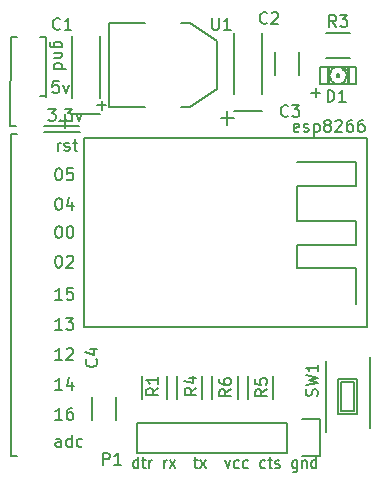
<source format=gbr>
G04 #@! TF.FileFunction,Legend,Top*
%FSLAX46Y46*%
G04 Gerber Fmt 4.6, Leading zero omitted, Abs format (unit mm)*
G04 Created by KiCad (PCBNEW (2015-06-25 BZR 5821)-product) date Tue 19 Apr 2016 11:43:48 CEST*
%MOMM*%
G01*
G04 APERTURE LIST*
%ADD10C,0.100000*%
%ADD11C,0.200000*%
%ADD12C,0.150000*%
G04 APERTURE END LIST*
D10*
D11*
X121504200Y-140452381D02*
X121504200Y-139452381D01*
X121504200Y-140404762D02*
X121418486Y-140452381D01*
X121247057Y-140452381D01*
X121161343Y-140404762D01*
X121118486Y-140357143D01*
X121075629Y-140261905D01*
X121075629Y-139976190D01*
X121118486Y-139880952D01*
X121161343Y-139833333D01*
X121247057Y-139785714D01*
X121418486Y-139785714D01*
X121504200Y-139833333D01*
X121804200Y-139785714D02*
X122147057Y-139785714D01*
X121932772Y-139452381D02*
X121932772Y-140309524D01*
X121975629Y-140404762D01*
X122061343Y-140452381D01*
X122147057Y-140452381D01*
X122447058Y-140452381D02*
X122447058Y-139785714D01*
X122447058Y-139976190D02*
X122489915Y-139880952D01*
X122532772Y-139833333D01*
X122618486Y-139785714D01*
X122704201Y-139785714D01*
X123689915Y-140452381D02*
X123689915Y-139785714D01*
X123689915Y-139976190D02*
X123732772Y-139880952D01*
X123775629Y-139833333D01*
X123861343Y-139785714D01*
X123947058Y-139785714D01*
X124161343Y-140452381D02*
X124632772Y-139785714D01*
X124161343Y-139785714D02*
X124632772Y-140452381D01*
X126218485Y-139785714D02*
X126561342Y-139785714D01*
X126347057Y-139452381D02*
X126347057Y-140309524D01*
X126389914Y-140404762D01*
X126475628Y-140452381D01*
X126561342Y-140452381D01*
X126775628Y-140452381D02*
X127247057Y-139785714D01*
X126775628Y-139785714D02*
X127247057Y-140452381D01*
X128875627Y-139785714D02*
X129089913Y-140452381D01*
X129304199Y-139785714D01*
X130032770Y-140404762D02*
X129947056Y-140452381D01*
X129775627Y-140452381D01*
X129689913Y-140404762D01*
X129647056Y-140357143D01*
X129604199Y-140261905D01*
X129604199Y-139976190D01*
X129647056Y-139880952D01*
X129689913Y-139833333D01*
X129775627Y-139785714D01*
X129947056Y-139785714D01*
X130032770Y-139833333D01*
X130804199Y-140404762D02*
X130718485Y-140452381D01*
X130547056Y-140452381D01*
X130461342Y-140404762D01*
X130418485Y-140357143D01*
X130375628Y-140261905D01*
X130375628Y-139976190D01*
X130418485Y-139880952D01*
X130461342Y-139833333D01*
X130547056Y-139785714D01*
X130718485Y-139785714D01*
X130804199Y-139833333D01*
X132261342Y-140404762D02*
X132175628Y-140452381D01*
X132004199Y-140452381D01*
X131918485Y-140404762D01*
X131875628Y-140357143D01*
X131832771Y-140261905D01*
X131832771Y-139976190D01*
X131875628Y-139880952D01*
X131918485Y-139833333D01*
X132004199Y-139785714D01*
X132175628Y-139785714D01*
X132261342Y-139833333D01*
X132518485Y-139785714D02*
X132861342Y-139785714D01*
X132647057Y-139452381D02*
X132647057Y-140309524D01*
X132689914Y-140404762D01*
X132775628Y-140452381D01*
X132861342Y-140452381D01*
X133118486Y-140404762D02*
X133204200Y-140452381D01*
X133375628Y-140452381D01*
X133461343Y-140404762D01*
X133504200Y-140309524D01*
X133504200Y-140261905D01*
X133461343Y-140166667D01*
X133375628Y-140119048D01*
X133247057Y-140119048D01*
X133161343Y-140071429D01*
X133118486Y-139976190D01*
X133118486Y-139928571D01*
X133161343Y-139833333D01*
X133247057Y-139785714D01*
X133375628Y-139785714D01*
X133461343Y-139833333D01*
X134961342Y-139785714D02*
X134961342Y-140595238D01*
X134918485Y-140690476D01*
X134875628Y-140738095D01*
X134789913Y-140785714D01*
X134661342Y-140785714D01*
X134575628Y-140738095D01*
X134961342Y-140404762D02*
X134875628Y-140452381D01*
X134704199Y-140452381D01*
X134618485Y-140404762D01*
X134575628Y-140357143D01*
X134532771Y-140261905D01*
X134532771Y-139976190D01*
X134575628Y-139880952D01*
X134618485Y-139833333D01*
X134704199Y-139785714D01*
X134875628Y-139785714D01*
X134961342Y-139833333D01*
X135389914Y-139785714D02*
X135389914Y-140452381D01*
X135389914Y-139880952D02*
X135432771Y-139833333D01*
X135518485Y-139785714D01*
X135647057Y-139785714D01*
X135732771Y-139833333D01*
X135775628Y-139928571D01*
X135775628Y-140452381D01*
X136589914Y-140452381D02*
X136589914Y-139452381D01*
X136589914Y-140404762D02*
X136504200Y-140452381D01*
X136332771Y-140452381D01*
X136247057Y-140404762D01*
X136204200Y-140357143D01*
X136161343Y-140261905D01*
X136161343Y-139976190D01*
X136204200Y-139880952D01*
X136247057Y-139833333D01*
X136332771Y-139785714D01*
X136504200Y-139785714D01*
X136589914Y-139833333D01*
X114690495Y-113558581D02*
X114690495Y-112891914D01*
X114690495Y-113082390D02*
X114738114Y-112987152D01*
X114785733Y-112939533D01*
X114880971Y-112891914D01*
X114976210Y-112891914D01*
X115261924Y-113510962D02*
X115357162Y-113558581D01*
X115547638Y-113558581D01*
X115642877Y-113510962D01*
X115690496Y-113415724D01*
X115690496Y-113368105D01*
X115642877Y-113272867D01*
X115547638Y-113225248D01*
X115404781Y-113225248D01*
X115309543Y-113177629D01*
X115261924Y-113082390D01*
X115261924Y-113034771D01*
X115309543Y-112939533D01*
X115404781Y-112891914D01*
X115547638Y-112891914D01*
X115642877Y-112939533D01*
X115976210Y-112891914D02*
X116357162Y-112891914D01*
X116119067Y-112558581D02*
X116119067Y-113415724D01*
X116166686Y-113510962D01*
X116261924Y-113558581D01*
X116357162Y-113558581D01*
X113509800Y-111480600D02*
X116509800Y-111480600D01*
X113538000Y-112014000D02*
X116538000Y-112014000D01*
X113705000Y-108915000D02*
X113205000Y-108915000D01*
X113205000Y-103915000D02*
X113705000Y-103915000D01*
X110705000Y-139415000D02*
X111205000Y-139415000D01*
X110693200Y-112191800D02*
X110705000Y-139415000D01*
X111252000Y-112141000D02*
X110752000Y-112141000D01*
X110705000Y-103915000D02*
X111205000Y-103915000D01*
X110693200Y-111506000D02*
X111193200Y-111506000D01*
X110705000Y-103915000D02*
X110667800Y-111480600D01*
X113705000Y-109000000D02*
X113705000Y-104000000D01*
X115022286Y-104806667D02*
X114212762Y-104806667D01*
X114117524Y-104759048D01*
X114069905Y-104711429D01*
X114022286Y-104616190D01*
X114022286Y-104473333D01*
X114069905Y-104378095D01*
X114403238Y-104806667D02*
X114355619Y-104711429D01*
X114355619Y-104520952D01*
X114403238Y-104425714D01*
X114450857Y-104378095D01*
X114546095Y-104330476D01*
X114831810Y-104330476D01*
X114927048Y-104378095D01*
X114974667Y-104425714D01*
X115022286Y-104520952D01*
X115022286Y-104711429D01*
X114974667Y-104806667D01*
X115022286Y-105282857D02*
X114355619Y-105282857D01*
X114927048Y-105282857D02*
X114974667Y-105330476D01*
X115022286Y-105425714D01*
X115022286Y-105568572D01*
X114974667Y-105663810D01*
X114879429Y-105711429D01*
X114355619Y-105711429D01*
X114355619Y-106616191D02*
X115355619Y-106616191D01*
X114403238Y-106616191D02*
X114355619Y-106520953D01*
X114355619Y-106330476D01*
X114403238Y-106235238D01*
X114450857Y-106187619D01*
X114546095Y-106140000D01*
X114831810Y-106140000D01*
X114927048Y-106187619D01*
X114974667Y-106235238D01*
X115022286Y-106330476D01*
X115022286Y-106520953D01*
X114974667Y-106616191D01*
X114760286Y-107656381D02*
X114284095Y-107656381D01*
X114236476Y-108132571D01*
X114284095Y-108084952D01*
X114379333Y-108037333D01*
X114617429Y-108037333D01*
X114712667Y-108084952D01*
X114760286Y-108132571D01*
X114807905Y-108227810D01*
X114807905Y-108465905D01*
X114760286Y-108561143D01*
X114712667Y-108608762D01*
X114617429Y-108656381D01*
X114379333Y-108656381D01*
X114284095Y-108608762D01*
X114236476Y-108561143D01*
X115141238Y-107989714D02*
X115379333Y-108656381D01*
X115617429Y-107989714D01*
X113884057Y-110018581D02*
X114503105Y-110018581D01*
X114169771Y-110399533D01*
X114312629Y-110399533D01*
X114407867Y-110447152D01*
X114455486Y-110494771D01*
X114503105Y-110590010D01*
X114503105Y-110828105D01*
X114455486Y-110923343D01*
X114407867Y-110970962D01*
X114312629Y-111018581D01*
X114026914Y-111018581D01*
X113931676Y-110970962D01*
X113884057Y-110923343D01*
X114931676Y-110923343D02*
X114979295Y-110970962D01*
X114931676Y-111018581D01*
X114884057Y-110970962D01*
X114931676Y-110923343D01*
X114931676Y-111018581D01*
X115312628Y-110018581D02*
X115931676Y-110018581D01*
X115598342Y-110399533D01*
X115741200Y-110399533D01*
X115836438Y-110447152D01*
X115884057Y-110494771D01*
X115931676Y-110590010D01*
X115931676Y-110828105D01*
X115884057Y-110923343D01*
X115836438Y-110970962D01*
X115741200Y-111018581D01*
X115455485Y-111018581D01*
X115360247Y-110970962D01*
X115312628Y-110923343D01*
X116265009Y-110351914D02*
X116503104Y-111018581D01*
X116741200Y-110351914D01*
X114728571Y-115047781D02*
X114823810Y-115047781D01*
X114919048Y-115095400D01*
X114966667Y-115143019D01*
X115014286Y-115238257D01*
X115061905Y-115428733D01*
X115061905Y-115666829D01*
X115014286Y-115857305D01*
X114966667Y-115952543D01*
X114919048Y-116000162D01*
X114823810Y-116047781D01*
X114728571Y-116047781D01*
X114633333Y-116000162D01*
X114585714Y-115952543D01*
X114538095Y-115857305D01*
X114490476Y-115666829D01*
X114490476Y-115428733D01*
X114538095Y-115238257D01*
X114585714Y-115143019D01*
X114633333Y-115095400D01*
X114728571Y-115047781D01*
X115966667Y-115047781D02*
X115490476Y-115047781D01*
X115442857Y-115523971D01*
X115490476Y-115476352D01*
X115585714Y-115428733D01*
X115823810Y-115428733D01*
X115919048Y-115476352D01*
X115966667Y-115523971D01*
X116014286Y-115619210D01*
X116014286Y-115857305D01*
X115966667Y-115952543D01*
X115919048Y-116000162D01*
X115823810Y-116047781D01*
X115585714Y-116047781D01*
X115490476Y-116000162D01*
X115442857Y-115952543D01*
X114728571Y-117562381D02*
X114823810Y-117562381D01*
X114919048Y-117610000D01*
X114966667Y-117657619D01*
X115014286Y-117752857D01*
X115061905Y-117943333D01*
X115061905Y-118181429D01*
X115014286Y-118371905D01*
X114966667Y-118467143D01*
X114919048Y-118514762D01*
X114823810Y-118562381D01*
X114728571Y-118562381D01*
X114633333Y-118514762D01*
X114585714Y-118467143D01*
X114538095Y-118371905D01*
X114490476Y-118181429D01*
X114490476Y-117943333D01*
X114538095Y-117752857D01*
X114585714Y-117657619D01*
X114633333Y-117610000D01*
X114728571Y-117562381D01*
X115919048Y-117895714D02*
X115919048Y-118562381D01*
X115680952Y-117514762D02*
X115442857Y-118229048D01*
X116061905Y-118229048D01*
X114728571Y-119952381D02*
X114823810Y-119952381D01*
X114919048Y-120000000D01*
X114966667Y-120047619D01*
X115014286Y-120142857D01*
X115061905Y-120333333D01*
X115061905Y-120571429D01*
X115014286Y-120761905D01*
X114966667Y-120857143D01*
X114919048Y-120904762D01*
X114823810Y-120952381D01*
X114728571Y-120952381D01*
X114633333Y-120904762D01*
X114585714Y-120857143D01*
X114538095Y-120761905D01*
X114490476Y-120571429D01*
X114490476Y-120333333D01*
X114538095Y-120142857D01*
X114585714Y-120047619D01*
X114633333Y-120000000D01*
X114728571Y-119952381D01*
X115680952Y-119952381D02*
X115776191Y-119952381D01*
X115871429Y-120000000D01*
X115919048Y-120047619D01*
X115966667Y-120142857D01*
X116014286Y-120333333D01*
X116014286Y-120571429D01*
X115966667Y-120761905D01*
X115919048Y-120857143D01*
X115871429Y-120904762D01*
X115776191Y-120952381D01*
X115680952Y-120952381D01*
X115585714Y-120904762D01*
X115538095Y-120857143D01*
X115490476Y-120761905D01*
X115442857Y-120571429D01*
X115442857Y-120333333D01*
X115490476Y-120142857D01*
X115538095Y-120047619D01*
X115585714Y-120000000D01*
X115680952Y-119952381D01*
X114728571Y-122452381D02*
X114823810Y-122452381D01*
X114919048Y-122500000D01*
X114966667Y-122547619D01*
X115014286Y-122642857D01*
X115061905Y-122833333D01*
X115061905Y-123071429D01*
X115014286Y-123261905D01*
X114966667Y-123357143D01*
X114919048Y-123404762D01*
X114823810Y-123452381D01*
X114728571Y-123452381D01*
X114633333Y-123404762D01*
X114585714Y-123357143D01*
X114538095Y-123261905D01*
X114490476Y-123071429D01*
X114490476Y-122833333D01*
X114538095Y-122642857D01*
X114585714Y-122547619D01*
X114633333Y-122500000D01*
X114728571Y-122452381D01*
X115442857Y-122547619D02*
X115490476Y-122500000D01*
X115585714Y-122452381D01*
X115823810Y-122452381D01*
X115919048Y-122500000D01*
X115966667Y-122547619D01*
X116014286Y-122642857D01*
X116014286Y-122738095D01*
X115966667Y-122880952D01*
X115395238Y-123452381D01*
X116014286Y-123452381D01*
X115061905Y-126182381D02*
X114490476Y-126182381D01*
X114776190Y-126182381D02*
X114776190Y-125182381D01*
X114680952Y-125325238D01*
X114585714Y-125420476D01*
X114490476Y-125468095D01*
X115966667Y-125182381D02*
X115490476Y-125182381D01*
X115442857Y-125658571D01*
X115490476Y-125610952D01*
X115585714Y-125563333D01*
X115823810Y-125563333D01*
X115919048Y-125610952D01*
X115966667Y-125658571D01*
X116014286Y-125753810D01*
X116014286Y-125991905D01*
X115966667Y-126087143D01*
X115919048Y-126134762D01*
X115823810Y-126182381D01*
X115585714Y-126182381D01*
X115490476Y-126134762D01*
X115442857Y-126087143D01*
X115061905Y-128722381D02*
X114490476Y-128722381D01*
X114776190Y-128722381D02*
X114776190Y-127722381D01*
X114680952Y-127865238D01*
X114585714Y-127960476D01*
X114490476Y-128008095D01*
X115395238Y-127722381D02*
X116014286Y-127722381D01*
X115680952Y-128103333D01*
X115823810Y-128103333D01*
X115919048Y-128150952D01*
X115966667Y-128198571D01*
X116014286Y-128293810D01*
X116014286Y-128531905D01*
X115966667Y-128627143D01*
X115919048Y-128674762D01*
X115823810Y-128722381D01*
X115538095Y-128722381D01*
X115442857Y-128674762D01*
X115395238Y-128627143D01*
X115061905Y-131262381D02*
X114490476Y-131262381D01*
X114776190Y-131262381D02*
X114776190Y-130262381D01*
X114680952Y-130405238D01*
X114585714Y-130500476D01*
X114490476Y-130548095D01*
X115442857Y-130357619D02*
X115490476Y-130310000D01*
X115585714Y-130262381D01*
X115823810Y-130262381D01*
X115919048Y-130310000D01*
X115966667Y-130357619D01*
X116014286Y-130452857D01*
X116014286Y-130548095D01*
X115966667Y-130690952D01*
X115395238Y-131262381D01*
X116014286Y-131262381D01*
X115061905Y-133802381D02*
X114490476Y-133802381D01*
X114776190Y-133802381D02*
X114776190Y-132802381D01*
X114680952Y-132945238D01*
X114585714Y-133040476D01*
X114490476Y-133088095D01*
X115919048Y-133135714D02*
X115919048Y-133802381D01*
X115680952Y-132754762D02*
X115442857Y-133469048D01*
X116061905Y-133469048D01*
X115061905Y-136342381D02*
X114490476Y-136342381D01*
X114776190Y-136342381D02*
X114776190Y-135342381D01*
X114680952Y-135485238D01*
X114585714Y-135580476D01*
X114490476Y-135628095D01*
X115919048Y-135342381D02*
X115728571Y-135342381D01*
X115633333Y-135390000D01*
X115585714Y-135437619D01*
X115490476Y-135580476D01*
X115442857Y-135770952D01*
X115442857Y-136151905D01*
X115490476Y-136247143D01*
X115538095Y-136294762D01*
X115633333Y-136342381D01*
X115823810Y-136342381D01*
X115919048Y-136294762D01*
X115966667Y-136247143D01*
X116014286Y-136151905D01*
X116014286Y-135913810D01*
X115966667Y-135818571D01*
X115919048Y-135770952D01*
X115823810Y-135723333D01*
X115633333Y-135723333D01*
X115538095Y-135770952D01*
X115490476Y-135818571D01*
X115442857Y-135913810D01*
X114966667Y-138628381D02*
X114966667Y-138104571D01*
X114919048Y-138009333D01*
X114823810Y-137961714D01*
X114633333Y-137961714D01*
X114538095Y-138009333D01*
X114966667Y-138580762D02*
X114871429Y-138628381D01*
X114633333Y-138628381D01*
X114538095Y-138580762D01*
X114490476Y-138485524D01*
X114490476Y-138390286D01*
X114538095Y-138295048D01*
X114633333Y-138247429D01*
X114871429Y-138247429D01*
X114966667Y-138199810D01*
X115871429Y-138628381D02*
X115871429Y-137628381D01*
X115871429Y-138580762D02*
X115776191Y-138628381D01*
X115585714Y-138628381D01*
X115490476Y-138580762D01*
X115442857Y-138533143D01*
X115395238Y-138437905D01*
X115395238Y-138152190D01*
X115442857Y-138056952D01*
X115490476Y-138009333D01*
X115585714Y-137961714D01*
X115776191Y-137961714D01*
X115871429Y-138009333D01*
X116776191Y-138580762D02*
X116680953Y-138628381D01*
X116490476Y-138628381D01*
X116395238Y-138580762D01*
X116347619Y-138533143D01*
X116300000Y-138437905D01*
X116300000Y-138152190D01*
X116347619Y-138056952D01*
X116395238Y-138009333D01*
X116490476Y-137961714D01*
X116680953Y-137961714D01*
X116776191Y-138009333D01*
D12*
X138330940Y-107088940D02*
X138529060Y-107088940D01*
X138529060Y-107088940D02*
X138529060Y-107287060D01*
X138330940Y-107287060D02*
X138529060Y-107287060D01*
X138330940Y-107088940D02*
X138330940Y-107287060D01*
X138879580Y-106489500D02*
X139227560Y-106489500D01*
X139227560Y-106489500D02*
X139227560Y-106738420D01*
X138879580Y-106738420D02*
X139227560Y-106738420D01*
X138879580Y-106489500D02*
X138879580Y-106738420D01*
X139227560Y-106489500D02*
X139329160Y-106489500D01*
X139329160Y-106489500D02*
X139329160Y-107685840D01*
X139227560Y-107685840D02*
X139329160Y-107685840D01*
X139227560Y-106489500D02*
X139227560Y-107685840D01*
X139227560Y-107736640D02*
X139329160Y-107736640D01*
X139329160Y-107736640D02*
X139329160Y-107886500D01*
X139227560Y-107886500D02*
X139329160Y-107886500D01*
X139227560Y-107736640D02*
X139227560Y-107886500D01*
X137530840Y-106489500D02*
X137632440Y-106489500D01*
X137632440Y-106489500D02*
X137632440Y-107685840D01*
X137530840Y-107685840D02*
X137632440Y-107685840D01*
X137530840Y-106489500D02*
X137530840Y-107685840D01*
X137530840Y-107736640D02*
X137632440Y-107736640D01*
X137632440Y-107736640D02*
X137632440Y-107886500D01*
X137530840Y-107886500D02*
X137632440Y-107886500D01*
X137530840Y-107736640D02*
X137530840Y-107886500D01*
X138879580Y-106489500D02*
X139029440Y-106489500D01*
X139029440Y-106489500D02*
X139029440Y-106738420D01*
X138879580Y-106738420D02*
X139029440Y-106738420D01*
X138879580Y-106489500D02*
X138879580Y-106738420D01*
X139979400Y-106438700D02*
X136880600Y-106438700D01*
X136880600Y-106438700D02*
X136880600Y-107937300D01*
X136880600Y-107937300D02*
X139979400Y-107937300D01*
X139979400Y-107937300D02*
X139979400Y-106438700D01*
X137882738Y-106688646D02*
G75*
G02X138978640Y-106690160I547262J-499354D01*
G01*
X137881867Y-107686398D02*
G75*
G02X137881360Y-106690160I548133J498398D01*
G01*
X138977262Y-107687354D02*
G75*
G02X137881360Y-107685840I-547262J499354D01*
G01*
X138978133Y-106689602D02*
G75*
G02X138978640Y-107685840I-548133J-498398D01*
G01*
X134089000Y-139120000D02*
X121389000Y-139120000D01*
X121389000Y-139120000D02*
X121389000Y-136580000D01*
X121389000Y-136580000D02*
X134089000Y-136580000D01*
X136909000Y-139400000D02*
X135359000Y-139400000D01*
X134089000Y-139120000D02*
X134089000Y-136580000D01*
X135359000Y-136300000D02*
X136909000Y-136300000D01*
X136909000Y-136300000D02*
X136909000Y-139400000D01*
X118292880Y-109059980D02*
X118292880Y-103858060D01*
X115895120Y-103858060D02*
X115895120Y-109059980D01*
X114795300Y-111058960D02*
X115895120Y-111058960D01*
X115295680Y-111658400D02*
X115295680Y-110459520D01*
X115895120Y-110454440D02*
X118292880Y-110454440D01*
X132008880Y-108772960D02*
X132008880Y-103571040D01*
X129611120Y-103571040D02*
X129611120Y-108772960D01*
X128511300Y-110771940D02*
X129611120Y-110771940D01*
X129011680Y-111371380D02*
X129011680Y-110172500D01*
X129611120Y-110167420D02*
X132008880Y-110167420D01*
X133087000Y-105172000D02*
X133087000Y-107172000D01*
X135137000Y-107172000D02*
X135137000Y-105172000D01*
X117593000Y-134382000D02*
X117593000Y-136382000D01*
X119643000Y-136382000D02*
X119643000Y-134382000D01*
X123934000Y-132600000D02*
X123934000Y-134600000D01*
X121784000Y-134600000D02*
X121784000Y-132600000D01*
X122047000Y-102743000D02*
X118999000Y-102743000D01*
X118999000Y-102743000D02*
X118999000Y-109855000D01*
X118999000Y-109855000D02*
X122047000Y-109855000D01*
X125095000Y-102743000D02*
X125857000Y-102743000D01*
X125857000Y-102743000D02*
X128143000Y-104267000D01*
X128143000Y-104267000D02*
X128143000Y-108331000D01*
X128143000Y-108331000D02*
X125857000Y-109855000D01*
X125857000Y-109855000D02*
X125095000Y-109855000D01*
X134914000Y-114522000D02*
X139914000Y-114522000D01*
X139914000Y-114522000D02*
X139914000Y-116522000D01*
X139914000Y-116522000D02*
X134914000Y-116522000D01*
X134914000Y-116522000D02*
X134914000Y-119522000D01*
X134914000Y-119522000D02*
X139914000Y-119522000D01*
X139914000Y-119522000D02*
X139914000Y-121522000D01*
X139914000Y-121522000D02*
X134914000Y-121522000D01*
X134914000Y-121522000D02*
X134914000Y-123522000D01*
X134914000Y-123522000D02*
X139914000Y-123522000D01*
X139914000Y-123522000D02*
X139914000Y-126522000D01*
X116914000Y-112522000D02*
X116914000Y-128522000D01*
X116914000Y-128522000D02*
X140914000Y-128522000D01*
X140914000Y-128522000D02*
X140914000Y-112522000D01*
X140914000Y-112522000D02*
X116914000Y-112522000D01*
X137430000Y-103573000D02*
X139430000Y-103573000D01*
X139430000Y-105723000D02*
X137430000Y-105723000D01*
X139742220Y-133126110D02*
X139742220Y-135626110D01*
X139742220Y-135626110D02*
X138642220Y-135626110D01*
X138642220Y-135626110D02*
X138642220Y-133126110D01*
X138642220Y-133126110D02*
X139742220Y-133126110D01*
X138392220Y-132876110D02*
X138392220Y-135876110D01*
X139992220Y-132876110D02*
X139992220Y-135876110D01*
X139992220Y-135876110D02*
X138392220Y-135876110D01*
X139992220Y-132876110D02*
X138392220Y-132876110D01*
X137442220Y-131376110D02*
X137442220Y-137376110D01*
X141092000Y-131066000D02*
X141092000Y-137066000D01*
X129934000Y-132600000D02*
X129934000Y-134600000D01*
X127784000Y-134600000D02*
X127784000Y-132600000D01*
X132934000Y-132600000D02*
X132934000Y-134600000D01*
X130784000Y-134600000D02*
X130784000Y-132600000D01*
X124784000Y-134600000D02*
X124784000Y-132600000D01*
X126934000Y-132600000D02*
X126934000Y-134600000D01*
X137542045Y-109418381D02*
X137542045Y-108418381D01*
X137780140Y-108418381D01*
X137922998Y-108466000D01*
X138018236Y-108561238D01*
X138065855Y-108656476D01*
X138113474Y-108846952D01*
X138113474Y-108989810D01*
X138065855Y-109180286D01*
X138018236Y-109275524D01*
X137922998Y-109370762D01*
X137780140Y-109418381D01*
X137542045Y-109418381D01*
X139065855Y-109418381D02*
X138494426Y-109418381D01*
X138780140Y-109418381D02*
X138780140Y-108418381D01*
X138684902Y-108561238D01*
X138589664Y-108656476D01*
X138494426Y-108704095D01*
X118514905Y-140152381D02*
X118514905Y-139152381D01*
X118895858Y-139152381D01*
X118991096Y-139200000D01*
X119038715Y-139247619D01*
X119086334Y-139342857D01*
X119086334Y-139485714D01*
X119038715Y-139580952D01*
X118991096Y-139628571D01*
X118895858Y-139676190D01*
X118514905Y-139676190D01*
X120038715Y-140152381D02*
X119467286Y-140152381D01*
X119753000Y-140152381D02*
X119753000Y-139152381D01*
X119657762Y-139295238D01*
X119562524Y-139390476D01*
X119467286Y-139438095D01*
X114895334Y-103227143D02*
X114847715Y-103274762D01*
X114704858Y-103322381D01*
X114609620Y-103322381D01*
X114466762Y-103274762D01*
X114371524Y-103179524D01*
X114323905Y-103084286D01*
X114276286Y-102893810D01*
X114276286Y-102750952D01*
X114323905Y-102560476D01*
X114371524Y-102465238D01*
X114466762Y-102370000D01*
X114609620Y-102322381D01*
X114704858Y-102322381D01*
X114847715Y-102370000D01*
X114895334Y-102417619D01*
X115847715Y-103322381D02*
X115276286Y-103322381D01*
X115562000Y-103322381D02*
X115562000Y-102322381D01*
X115466762Y-102465238D01*
X115371524Y-102560476D01*
X115276286Y-102608095D01*
X136520229Y-109042152D02*
X136520229Y-108280247D01*
X136901181Y-108661199D02*
X136139276Y-108661199D01*
X132421334Y-102719143D02*
X132373715Y-102766762D01*
X132230858Y-102814381D01*
X132135620Y-102814381D01*
X131992762Y-102766762D01*
X131897524Y-102671524D01*
X131849905Y-102576286D01*
X131802286Y-102385810D01*
X131802286Y-102242952D01*
X131849905Y-102052476D01*
X131897524Y-101957238D01*
X131992762Y-101862000D01*
X132135620Y-101814381D01*
X132230858Y-101814381D01*
X132373715Y-101862000D01*
X132421334Y-101909619D01*
X132802286Y-101909619D02*
X132849905Y-101862000D01*
X132945143Y-101814381D01*
X133183239Y-101814381D01*
X133278477Y-101862000D01*
X133326096Y-101909619D01*
X133373715Y-102004857D01*
X133373715Y-102100095D01*
X133326096Y-102242952D01*
X132754667Y-102814381D01*
X133373715Y-102814381D01*
X118435429Y-110083552D02*
X118435429Y-109321647D01*
X118816381Y-109702599D02*
X118054476Y-109702599D01*
X134199334Y-110593143D02*
X134151715Y-110640762D01*
X134008858Y-110688381D01*
X133913620Y-110688381D01*
X133770762Y-110640762D01*
X133675524Y-110545524D01*
X133627905Y-110450286D01*
X133580286Y-110259810D01*
X133580286Y-110116952D01*
X133627905Y-109926476D01*
X133675524Y-109831238D01*
X133770762Y-109736000D01*
X133913620Y-109688381D01*
X134008858Y-109688381D01*
X134151715Y-109736000D01*
X134199334Y-109783619D01*
X134532667Y-109688381D02*
X135151715Y-109688381D01*
X134818381Y-110069333D01*
X134961239Y-110069333D01*
X135056477Y-110116952D01*
X135104096Y-110164571D01*
X135151715Y-110259810D01*
X135151715Y-110497905D01*
X135104096Y-110593143D01*
X135056477Y-110640762D01*
X134961239Y-110688381D01*
X134675524Y-110688381D01*
X134580286Y-110640762D01*
X134532667Y-110593143D01*
X117959143Y-131230666D02*
X118006762Y-131278285D01*
X118054381Y-131421142D01*
X118054381Y-131516380D01*
X118006762Y-131659238D01*
X117911524Y-131754476D01*
X117816286Y-131802095D01*
X117625810Y-131849714D01*
X117482952Y-131849714D01*
X117292476Y-131802095D01*
X117197238Y-131754476D01*
X117102000Y-131659238D01*
X117054381Y-131516380D01*
X117054381Y-131421142D01*
X117102000Y-131278285D01*
X117149619Y-131230666D01*
X117387714Y-130373523D02*
X118054381Y-130373523D01*
X117006762Y-130611619D02*
X117721048Y-130849714D01*
X117721048Y-130230666D01*
X123202381Y-133666666D02*
X122726190Y-134000000D01*
X123202381Y-134238095D02*
X122202381Y-134238095D01*
X122202381Y-133857142D01*
X122250000Y-133761904D01*
X122297619Y-133714285D01*
X122392857Y-133666666D01*
X122535714Y-133666666D01*
X122630952Y-133714285D01*
X122678571Y-133761904D01*
X122726190Y-133857142D01*
X122726190Y-134238095D01*
X123202381Y-132714285D02*
X123202381Y-133285714D01*
X123202381Y-133000000D02*
X122202381Y-133000000D01*
X122345238Y-133095238D01*
X122440476Y-133190476D01*
X122488095Y-133285714D01*
X127762095Y-102322381D02*
X127762095Y-103131905D01*
X127809714Y-103227143D01*
X127857333Y-103274762D01*
X127952571Y-103322381D01*
X128143048Y-103322381D01*
X128238286Y-103274762D01*
X128285905Y-103227143D01*
X128333524Y-103131905D01*
X128333524Y-102322381D01*
X129333524Y-103322381D02*
X128762095Y-103322381D01*
X129047809Y-103322381D02*
X129047809Y-102322381D01*
X128952571Y-102465238D01*
X128857333Y-102560476D01*
X128762095Y-102608095D01*
X135096572Y-111910762D02*
X135001334Y-111958381D01*
X134810857Y-111958381D01*
X134715619Y-111910762D01*
X134668000Y-111815524D01*
X134668000Y-111434571D01*
X134715619Y-111339333D01*
X134810857Y-111291714D01*
X135001334Y-111291714D01*
X135096572Y-111339333D01*
X135144191Y-111434571D01*
X135144191Y-111529810D01*
X134668000Y-111625048D01*
X135525143Y-111910762D02*
X135620381Y-111958381D01*
X135810857Y-111958381D01*
X135906096Y-111910762D01*
X135953715Y-111815524D01*
X135953715Y-111767905D01*
X135906096Y-111672667D01*
X135810857Y-111625048D01*
X135668000Y-111625048D01*
X135572762Y-111577429D01*
X135525143Y-111482190D01*
X135525143Y-111434571D01*
X135572762Y-111339333D01*
X135668000Y-111291714D01*
X135810857Y-111291714D01*
X135906096Y-111339333D01*
X136382286Y-111291714D02*
X136382286Y-112291714D01*
X136382286Y-111339333D02*
X136477524Y-111291714D01*
X136668001Y-111291714D01*
X136763239Y-111339333D01*
X136810858Y-111386952D01*
X136858477Y-111482190D01*
X136858477Y-111767905D01*
X136810858Y-111863143D01*
X136763239Y-111910762D01*
X136668001Y-111958381D01*
X136477524Y-111958381D01*
X136382286Y-111910762D01*
X137429905Y-111386952D02*
X137334667Y-111339333D01*
X137287048Y-111291714D01*
X137239429Y-111196476D01*
X137239429Y-111148857D01*
X137287048Y-111053619D01*
X137334667Y-111006000D01*
X137429905Y-110958381D01*
X137620382Y-110958381D01*
X137715620Y-111006000D01*
X137763239Y-111053619D01*
X137810858Y-111148857D01*
X137810858Y-111196476D01*
X137763239Y-111291714D01*
X137715620Y-111339333D01*
X137620382Y-111386952D01*
X137429905Y-111386952D01*
X137334667Y-111434571D01*
X137287048Y-111482190D01*
X137239429Y-111577429D01*
X137239429Y-111767905D01*
X137287048Y-111863143D01*
X137334667Y-111910762D01*
X137429905Y-111958381D01*
X137620382Y-111958381D01*
X137715620Y-111910762D01*
X137763239Y-111863143D01*
X137810858Y-111767905D01*
X137810858Y-111577429D01*
X137763239Y-111482190D01*
X137715620Y-111434571D01*
X137620382Y-111386952D01*
X138191810Y-111053619D02*
X138239429Y-111006000D01*
X138334667Y-110958381D01*
X138572763Y-110958381D01*
X138668001Y-111006000D01*
X138715620Y-111053619D01*
X138763239Y-111148857D01*
X138763239Y-111244095D01*
X138715620Y-111386952D01*
X138144191Y-111958381D01*
X138763239Y-111958381D01*
X139620382Y-110958381D02*
X139429905Y-110958381D01*
X139334667Y-111006000D01*
X139287048Y-111053619D01*
X139191810Y-111196476D01*
X139144191Y-111386952D01*
X139144191Y-111767905D01*
X139191810Y-111863143D01*
X139239429Y-111910762D01*
X139334667Y-111958381D01*
X139525144Y-111958381D01*
X139620382Y-111910762D01*
X139668001Y-111863143D01*
X139715620Y-111767905D01*
X139715620Y-111529810D01*
X139668001Y-111434571D01*
X139620382Y-111386952D01*
X139525144Y-111339333D01*
X139334667Y-111339333D01*
X139239429Y-111386952D01*
X139191810Y-111434571D01*
X139144191Y-111529810D01*
X140572763Y-110958381D02*
X140382286Y-110958381D01*
X140287048Y-111006000D01*
X140239429Y-111053619D01*
X140144191Y-111196476D01*
X140096572Y-111386952D01*
X140096572Y-111767905D01*
X140144191Y-111863143D01*
X140191810Y-111910762D01*
X140287048Y-111958381D01*
X140477525Y-111958381D01*
X140572763Y-111910762D01*
X140620382Y-111863143D01*
X140668001Y-111767905D01*
X140668001Y-111529810D01*
X140620382Y-111434571D01*
X140572763Y-111386952D01*
X140477525Y-111339333D01*
X140287048Y-111339333D01*
X140191810Y-111386952D01*
X140144191Y-111434571D01*
X140096572Y-111529810D01*
X138263334Y-103068381D02*
X137930000Y-102592190D01*
X137691905Y-103068381D02*
X137691905Y-102068381D01*
X138072858Y-102068381D01*
X138168096Y-102116000D01*
X138215715Y-102163619D01*
X138263334Y-102258857D01*
X138263334Y-102401714D01*
X138215715Y-102496952D01*
X138168096Y-102544571D01*
X138072858Y-102592190D01*
X137691905Y-102592190D01*
X138596667Y-102068381D02*
X139215715Y-102068381D01*
X138882381Y-102449333D01*
X139025239Y-102449333D01*
X139120477Y-102496952D01*
X139168096Y-102544571D01*
X139215715Y-102639810D01*
X139215715Y-102877905D01*
X139168096Y-102973143D01*
X139120477Y-103020762D01*
X139025239Y-103068381D01*
X138739524Y-103068381D01*
X138644286Y-103020762D01*
X138596667Y-102973143D01*
X136654762Y-134333333D02*
X136702381Y-134190476D01*
X136702381Y-133952380D01*
X136654762Y-133857142D01*
X136607143Y-133809523D01*
X136511905Y-133761904D01*
X136416667Y-133761904D01*
X136321429Y-133809523D01*
X136273810Y-133857142D01*
X136226190Y-133952380D01*
X136178571Y-134142857D01*
X136130952Y-134238095D01*
X136083333Y-134285714D01*
X135988095Y-134333333D01*
X135892857Y-134333333D01*
X135797619Y-134285714D01*
X135750000Y-134238095D01*
X135702381Y-134142857D01*
X135702381Y-133904761D01*
X135750000Y-133761904D01*
X135702381Y-133428571D02*
X136702381Y-133190476D01*
X135988095Y-132999999D01*
X136702381Y-132809523D01*
X135702381Y-132571428D01*
X136702381Y-131666666D02*
X136702381Y-132238095D01*
X136702381Y-131952381D02*
X135702381Y-131952381D01*
X135845238Y-132047619D01*
X135940476Y-132142857D01*
X135988095Y-132238095D01*
X126436381Y-133643666D02*
X125960190Y-133977000D01*
X126436381Y-134215095D02*
X125436381Y-134215095D01*
X125436381Y-133834142D01*
X125484000Y-133738904D01*
X125531619Y-133691285D01*
X125626857Y-133643666D01*
X125769714Y-133643666D01*
X125864952Y-133691285D01*
X125912571Y-133738904D01*
X125960190Y-133834142D01*
X125960190Y-134215095D01*
X125769714Y-132786523D02*
X126436381Y-132786523D01*
X125388762Y-133024619D02*
X126103048Y-133262714D01*
X126103048Y-132643666D01*
X132405381Y-133770666D02*
X131929190Y-134104000D01*
X132405381Y-134342095D02*
X131405381Y-134342095D01*
X131405381Y-133961142D01*
X131453000Y-133865904D01*
X131500619Y-133818285D01*
X131595857Y-133770666D01*
X131738714Y-133770666D01*
X131833952Y-133818285D01*
X131881571Y-133865904D01*
X131929190Y-133961142D01*
X131929190Y-134342095D01*
X131405381Y-132865904D02*
X131405381Y-133342095D01*
X131881571Y-133389714D01*
X131833952Y-133342095D01*
X131786333Y-133246857D01*
X131786333Y-133008761D01*
X131833952Y-132913523D01*
X131881571Y-132865904D01*
X131976810Y-132818285D01*
X132214905Y-132818285D01*
X132310143Y-132865904D01*
X132357762Y-132913523D01*
X132405381Y-133008761D01*
X132405381Y-133246857D01*
X132357762Y-133342095D01*
X132310143Y-133389714D01*
X129357381Y-133770666D02*
X128881190Y-134104000D01*
X129357381Y-134342095D02*
X128357381Y-134342095D01*
X128357381Y-133961142D01*
X128405000Y-133865904D01*
X128452619Y-133818285D01*
X128547857Y-133770666D01*
X128690714Y-133770666D01*
X128785952Y-133818285D01*
X128833571Y-133865904D01*
X128881190Y-133961142D01*
X128881190Y-134342095D01*
X128357381Y-132913523D02*
X128357381Y-133104000D01*
X128405000Y-133199238D01*
X128452619Y-133246857D01*
X128595476Y-133342095D01*
X128785952Y-133389714D01*
X129166905Y-133389714D01*
X129262143Y-133342095D01*
X129309762Y-133294476D01*
X129357381Y-133199238D01*
X129357381Y-133008761D01*
X129309762Y-132913523D01*
X129262143Y-132865904D01*
X129166905Y-132818285D01*
X128928810Y-132818285D01*
X128833571Y-132865904D01*
X128785952Y-132913523D01*
X128738333Y-133008761D01*
X128738333Y-133199238D01*
X128785952Y-133294476D01*
X128833571Y-133342095D01*
X128928810Y-133389714D01*
M02*

</source>
